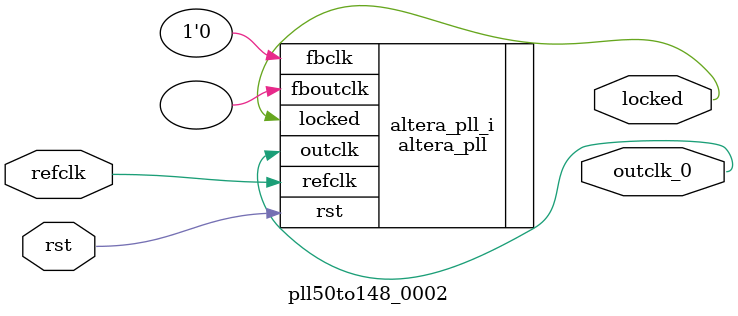
<source format=v>
`timescale 1ns/10ps
module  pll50to148_0002(

	// interface 'refclk'
	input wire refclk,

	// interface 'reset'
	input wire rst,

	// interface 'outclk0'
	output wire outclk_0,

	// interface 'locked'
	output wire locked
);

	altera_pll #(
		.fractional_vco_multiplier("true"),
		.reference_clock_frequency("50.0 MHz"),
		.operation_mode("direct"),
		.number_of_clocks(1),
		.output_clock_frequency0("148.500000 MHz"),
		.phase_shift0("0 ps"),
		.duty_cycle0(50),
		.output_clock_frequency1("0 MHz"),
		.phase_shift1("0 ps"),
		.duty_cycle1(50),
		.output_clock_frequency2("0 MHz"),
		.phase_shift2("0 ps"),
		.duty_cycle2(50),
		.output_clock_frequency3("0 MHz"),
		.phase_shift3("0 ps"),
		.duty_cycle3(50),
		.output_clock_frequency4("0 MHz"),
		.phase_shift4("0 ps"),
		.duty_cycle4(50),
		.output_clock_frequency5("0 MHz"),
		.phase_shift5("0 ps"),
		.duty_cycle5(50),
		.output_clock_frequency6("0 MHz"),
		.phase_shift6("0 ps"),
		.duty_cycle6(50),
		.output_clock_frequency7("0 MHz"),
		.phase_shift7("0 ps"),
		.duty_cycle7(50),
		.output_clock_frequency8("0 MHz"),
		.phase_shift8("0 ps"),
		.duty_cycle8(50),
		.output_clock_frequency9("0 MHz"),
		.phase_shift9("0 ps"),
		.duty_cycle9(50),
		.output_clock_frequency10("0 MHz"),
		.phase_shift10("0 ps"),
		.duty_cycle10(50),
		.output_clock_frequency11("0 MHz"),
		.phase_shift11("0 ps"),
		.duty_cycle11(50),
		.output_clock_frequency12("0 MHz"),
		.phase_shift12("0 ps"),
		.duty_cycle12(50),
		.output_clock_frequency13("0 MHz"),
		.phase_shift13("0 ps"),
		.duty_cycle13(50),
		.output_clock_frequency14("0 MHz"),
		.phase_shift14("0 ps"),
		.duty_cycle14(50),
		.output_clock_frequency15("0 MHz"),
		.phase_shift15("0 ps"),
		.duty_cycle15(50),
		.output_clock_frequency16("0 MHz"),
		.phase_shift16("0 ps"),
		.duty_cycle16(50),
		.output_clock_frequency17("0 MHz"),
		.phase_shift17("0 ps"),
		.duty_cycle17(50),
		.pll_type("General"),
		.pll_subtype("General")
	) altera_pll_i (
		.rst	(rst),
		.outclk	({outclk_0}),
		.locked	(locked),
		.fboutclk	( ),
		.fbclk	(1'b0),
		.refclk	(refclk)
	);
endmodule


</source>
